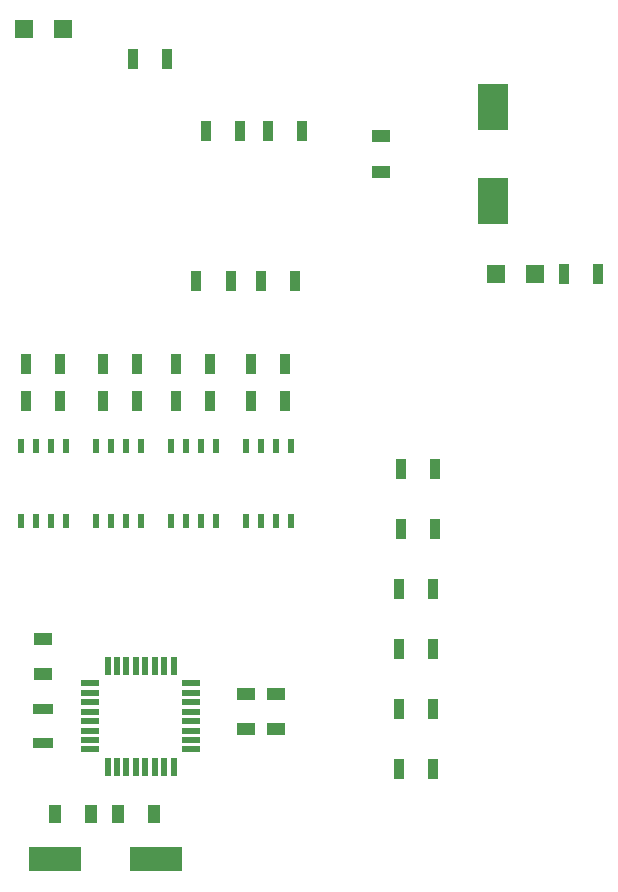
<source format=gbr>
G04 #@! TF.GenerationSoftware,KiCad,Pcbnew,(5.0.2)-1*
G04 #@! TF.CreationDate,2019-02-21T19:34:53+01:00*
G04 #@! TF.ProjectId,plyta_glowna,706c7974-615f-4676-9c6f-776e612e6b69,rev?*
G04 #@! TF.SameCoordinates,Original*
G04 #@! TF.FileFunction,Paste,Top*
G04 #@! TF.FilePolarity,Positive*
%FSLAX46Y46*%
G04 Gerber Fmt 4.6, Leading zero omitted, Abs format (unit mm)*
G04 Created by KiCad (PCBNEW (5.0.2)-1) date 2019-02-21 19:34:53*
%MOMM*%
%LPD*%
G01*
G04 APERTURE LIST*
%ADD10R,2.500000X4.000000*%
%ADD11R,1.600000X1.000000*%
%ADD12R,1.000000X1.600000*%
%ADD13R,1.500000X1.500000*%
%ADD14R,0.900000X1.700000*%
%ADD15R,0.550000X1.600000*%
%ADD16R,1.600000X0.550000*%
%ADD17R,0.508000X1.143000*%
%ADD18R,4.500000X2.000000*%
%ADD19R,1.700000X0.900000*%
G04 APERTURE END LIST*
D10*
G04 #@! TO.C,C1*
X141478000Y-68644000D03*
X141478000Y-76644000D03*
G04 #@! TD*
D11*
G04 #@! TO.C,C3*
X120523000Y-118364000D03*
X120523000Y-121364000D03*
G04 #@! TD*
G04 #@! TO.C,C4*
X123063000Y-118364000D03*
X123063000Y-121364000D03*
G04 #@! TD*
G04 #@! TO.C,C7*
X103378000Y-113689000D03*
X103378000Y-116689000D03*
G04 #@! TD*
G04 #@! TO.C,C8*
X131953000Y-71144000D03*
X131953000Y-74144000D03*
G04 #@! TD*
D12*
G04 #@! TO.C,C9*
X107418000Y-128524000D03*
X104418000Y-128524000D03*
G04 #@! TD*
G04 #@! TO.C,C10*
X112728000Y-128524000D03*
X109728000Y-128524000D03*
G04 #@! TD*
D13*
G04 #@! TO.C,D1*
X141733000Y-82804000D03*
X145033000Y-82804000D03*
G04 #@! TD*
D14*
G04 #@! TO.C,R1*
X147468000Y-82804000D03*
X150368000Y-82804000D03*
G04 #@! TD*
G04 #@! TO.C,R2*
X111000000Y-64600000D03*
X113900000Y-64600000D03*
G04 #@! TD*
G04 #@! TO.C,R3*
X133498000Y-124714000D03*
X136398000Y-124714000D03*
G04 #@! TD*
G04 #@! TO.C,R4*
X136398000Y-119634000D03*
X133498000Y-119634000D03*
G04 #@! TD*
G04 #@! TO.C,R5*
X136398000Y-114554000D03*
X133498000Y-114554000D03*
G04 #@! TD*
G04 #@! TO.C,R6*
X133498000Y-109474000D03*
X136398000Y-109474000D03*
G04 #@! TD*
G04 #@! TO.C,R7*
X133678000Y-104394000D03*
X136578000Y-104394000D03*
G04 #@! TD*
G04 #@! TO.C,R8*
X133678000Y-99314000D03*
X136578000Y-99314000D03*
G04 #@! TD*
G04 #@! TO.C,R9*
X123878000Y-93599000D03*
X120978000Y-93599000D03*
G04 #@! TD*
G04 #@! TO.C,R10*
X123878000Y-90424000D03*
X120978000Y-90424000D03*
G04 #@! TD*
G04 #@! TO.C,R11*
X124693000Y-83439000D03*
X121793000Y-83439000D03*
G04 #@! TD*
G04 #@! TO.C,R12*
X117528000Y-90424000D03*
X114628000Y-90424000D03*
G04 #@! TD*
G04 #@! TO.C,R13*
X117528000Y-93599000D03*
X114628000Y-93599000D03*
G04 #@! TD*
G04 #@! TO.C,R14*
X119253000Y-83439000D03*
X116353000Y-83439000D03*
G04 #@! TD*
G04 #@! TO.C,R16*
X101928000Y-93599000D03*
X104828000Y-93599000D03*
G04 #@! TD*
G04 #@! TO.C,R17*
X101928000Y-90424000D03*
X104828000Y-90424000D03*
G04 #@! TD*
G04 #@! TO.C,R18*
X117168000Y-70739000D03*
X120068000Y-70739000D03*
G04 #@! TD*
G04 #@! TO.C,R20*
X111358000Y-90424000D03*
X108458000Y-90424000D03*
G04 #@! TD*
G04 #@! TO.C,R21*
X111358000Y-93599000D03*
X108458000Y-93599000D03*
G04 #@! TD*
G04 #@! TO.C,R22*
X125328000Y-70739000D03*
X122428000Y-70739000D03*
G04 #@! TD*
D15*
G04 #@! TO.C,U2*
X108833000Y-116019000D03*
X109633000Y-116019000D03*
X110433000Y-116019000D03*
X111233000Y-116019000D03*
X112033000Y-116019000D03*
X112833000Y-116019000D03*
X113633000Y-116019000D03*
X114433000Y-116019000D03*
D16*
X115883000Y-117469000D03*
X115883000Y-118269000D03*
X115883000Y-119069000D03*
X115883000Y-119869000D03*
X115883000Y-120669000D03*
X115883000Y-121469000D03*
X115883000Y-122269000D03*
X115883000Y-123069000D03*
D15*
X114433000Y-124519000D03*
X113633000Y-124519000D03*
X112833000Y-124519000D03*
X112033000Y-124519000D03*
X111233000Y-124519000D03*
X110433000Y-124519000D03*
X109633000Y-124519000D03*
X108833000Y-124519000D03*
D16*
X107383000Y-123069000D03*
X107383000Y-122269000D03*
X107383000Y-121469000D03*
X107383000Y-120669000D03*
X107383000Y-119869000D03*
X107383000Y-119069000D03*
X107383000Y-118269000D03*
X107383000Y-117469000D03*
G04 #@! TD*
D17*
G04 #@! TO.C,U4*
X120523000Y-103759000D03*
X121793000Y-103759000D03*
X123063000Y-103759000D03*
X124333000Y-103759000D03*
X124333000Y-97409000D03*
X123063000Y-97409000D03*
X121793000Y-97409000D03*
X120523000Y-97409000D03*
G04 #@! TD*
G04 #@! TO.C,U5*
X114173000Y-97409000D03*
X115443000Y-97409000D03*
X116713000Y-97409000D03*
X117983000Y-97409000D03*
X117983000Y-103759000D03*
X116713000Y-103759000D03*
X115443000Y-103759000D03*
X114173000Y-103759000D03*
G04 #@! TD*
G04 #@! TO.C,U6*
X101473000Y-97409000D03*
X102743000Y-97409000D03*
X104013000Y-97409000D03*
X105283000Y-97409000D03*
X105283000Y-103759000D03*
X104013000Y-103759000D03*
X102743000Y-103759000D03*
X101473000Y-103759000D03*
G04 #@! TD*
G04 #@! TO.C,U7*
X107823000Y-103759000D03*
X109093000Y-103759000D03*
X110363000Y-103759000D03*
X111633000Y-103759000D03*
X111633000Y-97409000D03*
X110363000Y-97409000D03*
X109093000Y-97409000D03*
X107823000Y-97409000D03*
G04 #@! TD*
D18*
G04 #@! TO.C,Y1*
X112903000Y-132334000D03*
X104403000Y-132334000D03*
G04 #@! TD*
D13*
G04 #@! TO.C,D3*
X105027000Y-62103000D03*
X101727000Y-62103000D03*
G04 #@! TD*
D19*
G04 #@! TO.C,R15*
X103400000Y-119600000D03*
X103400000Y-122500000D03*
G04 #@! TD*
M02*

</source>
